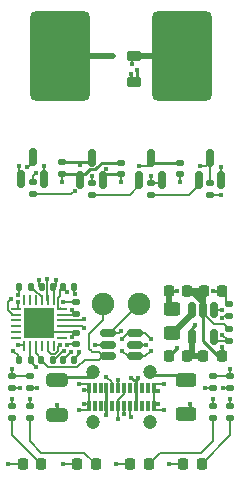
<source format=gbr>
%TF.GenerationSoftware,KiCad,Pcbnew,(6.0.4-0)*%
%TF.CreationDate,2022-12-11T03:25:17+01:00*%
%TF.ProjectId,Gigaset-Debug-Adapter,47696761-7365-4742-9d44-656275672d41,rev?*%
%TF.SameCoordinates,Original*%
%TF.FileFunction,Copper,L1,Top*%
%TF.FilePolarity,Positive*%
%FSLAX46Y46*%
G04 Gerber Fmt 4.6, Leading zero omitted, Abs format (unit mm)*
G04 Created by KiCad (PCBNEW (6.0.4-0)) date 2022-12-11 03:25:17*
%MOMM*%
%LPD*%
G01*
G04 APERTURE LIST*
G04 Aperture macros list*
%AMRoundRect*
0 Rectangle with rounded corners*
0 $1 Rounding radius*
0 $2 $3 $4 $5 $6 $7 $8 $9 X,Y pos of 4 corners*
0 Add a 4 corners polygon primitive as box body*
4,1,4,$2,$3,$4,$5,$6,$7,$8,$9,$2,$3,0*
0 Add four circle primitives for the rounded corners*
1,1,$1+$1,$2,$3*
1,1,$1+$1,$4,$5*
1,1,$1+$1,$6,$7*
1,1,$1+$1,$8,$9*
0 Add four rect primitives between the rounded corners*
20,1,$1+$1,$2,$3,$4,$5,0*
20,1,$1+$1,$4,$5,$6,$7,0*
20,1,$1+$1,$6,$7,$8,$9,0*
20,1,$1+$1,$8,$9,$2,$3,0*%
G04 Aperture macros list end*
%TA.AperFunction,SMDPad,CuDef*%
%ADD10RoundRect,0.508000X-2.032000X3.302000X-2.032000X-3.302000X2.032000X-3.302000X2.032000X3.302000X0*%
%TD*%
%TA.AperFunction,SMDPad,CuDef*%
%ADD11RoundRect,0.062500X0.350000X0.062500X-0.350000X0.062500X-0.350000X-0.062500X0.350000X-0.062500X0*%
%TD*%
%TA.AperFunction,SMDPad,CuDef*%
%ADD12RoundRect,0.062500X0.062500X0.350000X-0.062500X0.350000X-0.062500X-0.350000X0.062500X-0.350000X0*%
%TD*%
%TA.AperFunction,SMDPad,CuDef*%
%ADD13R,2.600000X2.600000*%
%TD*%
%TA.AperFunction,SMDPad,CuDef*%
%ADD14RoundRect,0.150000X-0.150000X0.512500X-0.150000X-0.512500X0.150000X-0.512500X0.150000X0.512500X0*%
%TD*%
%TA.AperFunction,SMDPad,CuDef*%
%ADD15RoundRect,0.225000X-0.225000X-0.250000X0.225000X-0.250000X0.225000X0.250000X-0.225000X0.250000X0*%
%TD*%
%TA.AperFunction,SMDPad,CuDef*%
%ADD16RoundRect,0.135000X0.185000X-0.135000X0.185000X0.135000X-0.185000X0.135000X-0.185000X-0.135000X0*%
%TD*%
%TA.AperFunction,SMDPad,CuDef*%
%ADD17RoundRect,0.140000X-0.170000X0.140000X-0.170000X-0.140000X0.170000X-0.140000X0.170000X0.140000X0*%
%TD*%
%TA.AperFunction,SMDPad,CuDef*%
%ADD18RoundRect,0.135000X-0.185000X0.135000X-0.185000X-0.135000X0.185000X-0.135000X0.185000X0.135000X0*%
%TD*%
%TA.AperFunction,SMDPad,CuDef*%
%ADD19RoundRect,0.218750X-0.381250X0.218750X-0.381250X-0.218750X0.381250X-0.218750X0.381250X0.218750X0*%
%TD*%
%TA.AperFunction,SMDPad,CuDef*%
%ADD20RoundRect,0.140000X0.170000X-0.140000X0.170000X0.140000X-0.170000X0.140000X-0.170000X-0.140000X0*%
%TD*%
%TA.AperFunction,SMDPad,CuDef*%
%ADD21RoundRect,0.140000X-0.140000X-0.170000X0.140000X-0.170000X0.140000X0.170000X-0.140000X0.170000X0*%
%TD*%
%TA.AperFunction,SMDPad,CuDef*%
%ADD22RoundRect,0.225000X0.225000X0.250000X-0.225000X0.250000X-0.225000X-0.250000X0.225000X-0.250000X0*%
%TD*%
%TA.AperFunction,ComponentPad*%
%ADD23C,1.900000*%
%TD*%
%TA.AperFunction,SMDPad,CuDef*%
%ADD24RoundRect,0.218750X-0.218750X-0.256250X0.218750X-0.256250X0.218750X0.256250X-0.218750X0.256250X0*%
%TD*%
%TA.AperFunction,SMDPad,CuDef*%
%ADD25RoundRect,0.150000X0.150000X-0.587500X0.150000X0.587500X-0.150000X0.587500X-0.150000X-0.587500X0*%
%TD*%
%TA.AperFunction,SMDPad,CuDef*%
%ADD26RoundRect,0.135000X-0.135000X-0.185000X0.135000X-0.185000X0.135000X0.185000X-0.135000X0.185000X0*%
%TD*%
%TA.AperFunction,SMDPad,CuDef*%
%ADD27RoundRect,0.150000X-0.512500X-0.150000X0.512500X-0.150000X0.512500X0.150000X-0.512500X0.150000X0*%
%TD*%
%TA.AperFunction,SMDPad,CuDef*%
%ADD28RoundRect,0.140000X0.140000X0.170000X-0.140000X0.170000X-0.140000X-0.170000X0.140000X-0.170000X0*%
%TD*%
%TA.AperFunction,SMDPad,CuDef*%
%ADD29RoundRect,0.250000X0.625000X-0.312500X0.625000X0.312500X-0.625000X0.312500X-0.625000X-0.312500X0*%
%TD*%
%TA.AperFunction,SMDPad,CuDef*%
%ADD30RoundRect,0.135000X0.135000X0.185000X-0.135000X0.185000X-0.135000X-0.185000X0.135000X-0.185000X0*%
%TD*%
%TA.AperFunction,SMDPad,CuDef*%
%ADD31R,0.300000X0.900000*%
%TD*%
%TA.AperFunction,ComponentPad*%
%ADD32C,1.200000*%
%TD*%
%TA.AperFunction,SMDPad,CuDef*%
%ADD33RoundRect,0.250000X0.450000X-0.325000X0.450000X0.325000X-0.450000X0.325000X-0.450000X-0.325000X0*%
%TD*%
%TA.AperFunction,SMDPad,CuDef*%
%ADD34RoundRect,0.250000X0.650000X-0.325000X0.650000X0.325000X-0.650000X0.325000X-0.650000X-0.325000X0*%
%TD*%
%TA.AperFunction,ViaPad*%
%ADD35C,0.450000*%
%TD*%
%TA.AperFunction,Conductor*%
%ADD36C,0.127000*%
%TD*%
%TA.AperFunction,Conductor*%
%ADD37C,0.500000*%
%TD*%
%TA.AperFunction,Conductor*%
%ADD38C,0.254000*%
%TD*%
G04 APERTURE END LIST*
D10*
%TO.P,TP3,1,1*%
%TO.N,+3V0*%
X86220000Y-46600000D03*
%TD*%
D11*
%TO.P,U1,1,~{RI}/CLK*%
%TO.N,unconnected-(U1-Pad1)*%
X76037500Y-70450000D03*
%TO.P,U1,2,GND*%
%TO.N,GND*%
X76037500Y-69950000D03*
%TO.P,U1,3,D+*%
%TO.N,/D+*%
X76037500Y-69450000D03*
%TO.P,U1,4,D-*%
%TO.N,/D-*%
X76037500Y-68950000D03*
%TO.P,U1,5,VIO*%
%TO.N,+1V8*%
X76037500Y-68450000D03*
%TO.P,U1,6,VDD*%
%TO.N,+3V3*%
X76037500Y-67950000D03*
D12*
%TO.P,U1,7,VREGIN*%
%TO.N,VBUS*%
X75350000Y-67262500D03*
%TO.P,U1,8,VBUS*%
%TO.N,Net-(R2-Pad1)*%
X74850000Y-67262500D03*
%TO.P,U1,9,~{RST}*%
%TO.N,Net-(R6-Pad1)*%
X74350000Y-67262500D03*
%TO.P,U1,10,NC*%
%TO.N,unconnected-(U1-Pad10)*%
X73850000Y-67262500D03*
%TO.P,U1,11,~{WAKEUP}/GPIO.3*%
%TO.N,unconnected-(U1-Pad11)*%
X73350000Y-67262500D03*
%TO.P,U1,12,RS485/GPIO.2*%
%TO.N,unconnected-(U1-Pad12)*%
X72850000Y-67262500D03*
D11*
%TO.P,U1,13,~{RXT}/GPIO.1*%
%TO.N,Net-(U1-Pad13)*%
X72162500Y-67950000D03*
%TO.P,U1,14,~{TXT}/GPIO.0*%
%TO.N,Net-(U1-Pad14)*%
X72162500Y-68450000D03*
%TO.P,U1,15,~{SUSPEND}*%
%TO.N,unconnected-(U1-Pad15)*%
X72162500Y-68950000D03*
%TO.P,U1,16,NC*%
%TO.N,unconnected-(U1-Pad16)*%
X72162500Y-69450000D03*
%TO.P,U1,17,SUSPEND*%
%TO.N,unconnected-(U1-Pad17)*%
X72162500Y-69950000D03*
%TO.P,U1,18,~{CTS}*%
%TO.N,unconnected-(U1-Pad18)*%
X72162500Y-70450000D03*
D12*
%TO.P,U1,19,~{RTS}*%
%TO.N,Net-(U1-Pad19)*%
X72850000Y-71137500D03*
%TO.P,U1,20,RXD*%
%TO.N,/DECT_TX*%
X73350000Y-71137500D03*
%TO.P,U1,21,TXD*%
%TO.N,/DECT_RX*%
X73850000Y-71137500D03*
%TO.P,U1,22,~{DSR}*%
%TO.N,unconnected-(U1-Pad22)*%
X74350000Y-71137500D03*
%TO.P,U1,23,~{DTR}*%
%TO.N,Net-(U1-Pad23)*%
X74850000Y-71137500D03*
%TO.P,U1,24,~{DCD}*%
%TO.N,unconnected-(U1-Pad24)*%
X75350000Y-71137500D03*
D13*
%TO.P,U1,25,GND*%
%TO.N,GND*%
X74100000Y-69200000D03*
%TD*%
D14*
%TO.P,U3,1,EN*%
%TO.N,/3V_EN*%
X88930000Y-68072500D03*
%TO.P,U3,2,GND*%
%TO.N,GND*%
X87980000Y-68072500D03*
%TO.P,U3,3,LX*%
%TO.N,Net-(L1-Pad1)*%
X87030000Y-68072500D03*
%TO.P,U3,4,IN*%
%TO.N,VBUS*%
X87030000Y-70347500D03*
%TO.P,U3,5,FB*%
%TO.N,Net-(R17-Pad2)*%
X88930000Y-70347500D03*
%TD*%
D15*
%TO.P,C7,1*%
%TO.N,GND*%
X85065000Y-71990000D03*
%TO.P,C7,2*%
%TO.N,VBUS*%
X86615000Y-71990000D03*
%TD*%
D16*
%TO.P,R4,1*%
%TO.N,Net-(J1-PadB5)*%
X88800000Y-74710000D03*
%TO.P,R4,2*%
%TO.N,GND*%
X88800000Y-73690000D03*
%TD*%
D17*
%TO.P,C2,1*%
%TO.N,GND*%
X77200000Y-70020000D03*
%TO.P,C2,2*%
%TO.N,VBUS*%
X77200000Y-70980000D03*
%TD*%
D18*
%TO.P,R2,1*%
%TO.N,Net-(R2-Pad1)*%
X73300000Y-73690000D03*
%TO.P,R2,2*%
%TO.N,VBUS*%
X73300000Y-74710000D03*
%TD*%
D19*
%TO.P,FB1,1*%
%TO.N,+3V0*%
X82140000Y-46597500D03*
%TO.P,FB1,2*%
%TO.N,Net-(C10-Pad2)*%
X82140000Y-48722500D03*
%TD*%
D20*
%TO.P,C9,1*%
%TO.N,GND*%
X86050000Y-56580000D03*
%TO.P,C9,2*%
%TO.N,/3V_EN*%
X86050000Y-55620000D03*
%TD*%
D21*
%TO.P,C6,1*%
%TO.N,+3V3*%
X76120000Y-66100000D03*
%TO.P,C6,2*%
%TO.N,GND*%
X77080000Y-66100000D03*
%TD*%
D22*
%TO.P,C8,1*%
%TO.N,GND*%
X89565000Y-72000000D03*
%TO.P,C8,2*%
%TO.N,VBUS*%
X88015000Y-72000000D03*
%TD*%
D23*
%TO.P,TP2,1,1*%
%TO.N,/DECT_TX*%
X82542000Y-67599508D03*
%TD*%
D24*
%TO.P,D1,1,K*%
%TO.N,GND*%
X72712500Y-81100000D03*
%TO.P,D1,2,A*%
%TO.N,Net-(D1-Pad2)*%
X74287500Y-81100000D03*
%TD*%
D16*
%TO.P,R3,1*%
%TO.N,GND*%
X71800000Y-74710000D03*
%TO.P,R3,2*%
%TO.N,Net-(R2-Pad1)*%
X71800000Y-73690000D03*
%TD*%
D17*
%TO.P,C4,1*%
%TO.N,GND*%
X77200000Y-67420000D03*
%TO.P,C4,2*%
%TO.N,+1V8*%
X77200000Y-68380000D03*
%TD*%
D25*
%TO.P,Q3,1,G*%
%TO.N,Net-(Q3-Pad1)*%
X72600000Y-57000000D03*
%TO.P,Q3,2,S*%
%TO.N,+1V8*%
X74500000Y-57000000D03*
%TO.P,Q3,3,D*%
%TO.N,Net-(Q3-Pad3)*%
X73550000Y-55125000D03*
%TD*%
D16*
%TO.P,R12,1*%
%TO.N,Net-(D3-Pad2)*%
X73300000Y-77210000D03*
%TO.P,R12,2*%
%TO.N,+3V3*%
X73300000Y-76190000D03*
%TD*%
D25*
%TO.P,U4,1,GND*%
%TO.N,GND*%
X77600000Y-57037500D03*
%TO.P,U4,2,VO*%
%TO.N,+1V8*%
X79500000Y-57037500D03*
%TO.P,U4,3,VI*%
%TO.N,VBUS*%
X78550000Y-55162500D03*
%TD*%
D26*
%TO.P,R8,1*%
%TO.N,/DECT_RX*%
X74290000Y-72300000D03*
%TO.P,R8,2*%
%TO.N,+1V8*%
X75310000Y-72300000D03*
%TD*%
D16*
%TO.P,R7,1*%
%TO.N,Net-(D1-Pad2)*%
X71800000Y-77210000D03*
%TO.P,R7,2*%
%TO.N,VBUS*%
X71800000Y-76190000D03*
%TD*%
D17*
%TO.P,C13,1*%
%TO.N,GND*%
X81050000Y-55620000D03*
%TO.P,C13,2*%
%TO.N,+1V8*%
X81050000Y-56580000D03*
%TD*%
D24*
%TO.P,D3,1,K*%
%TO.N,Net-(U1-Pad13)*%
X77312500Y-81100000D03*
%TO.P,D3,2,A*%
%TO.N,Net-(D3-Pad2)*%
X78887500Y-81100000D03*
%TD*%
%TO.P,D2,1,K*%
%TO.N,Net-(U1-Pad14)*%
X81812500Y-81100000D03*
%TO.P,D2,2,A*%
%TO.N,Net-(R11-Pad1)*%
X83387500Y-81100000D03*
%TD*%
D27*
%TO.P,U2,1,IO1*%
%TO.N,/DECT_TX*%
X79904500Y-70050000D03*
%TO.P,U2,2,VN*%
%TO.N,GND*%
X79904500Y-71000000D03*
%TO.P,U2,3,IO2*%
%TO.N,/DECT_RX*%
X79904500Y-71950000D03*
%TO.P,U2,4,IO3*%
%TO.N,/D+*%
X82179500Y-71950000D03*
%TO.P,U2,5,VP*%
%TO.N,VBUS*%
X82179500Y-71000000D03*
%TO.P,U2,6,IO4*%
%TO.N,/D-*%
X82179500Y-70050000D03*
%TD*%
D28*
%TO.P,C5,1*%
%TO.N,GND*%
X77080000Y-72300000D03*
%TO.P,C5,2*%
%TO.N,+3V3*%
X76120000Y-72300000D03*
%TD*%
D29*
%TO.P,R1,1*%
%TO.N,GND*%
X86500000Y-76892160D03*
%TO.P,R1,2*%
%TO.N,Net-(C1-Pad2)*%
X86500000Y-73967160D03*
%TD*%
D22*
%TO.P,C10,1*%
%TO.N,GND*%
X86625000Y-66430000D03*
%TO.P,C10,2*%
%TO.N,Net-(C10-Pad2)*%
X85075000Y-66430000D03*
%TD*%
D30*
%TO.P,R14,1*%
%TO.N,/DECT_TX*%
X73410000Y-72300000D03*
%TO.P,R14,2*%
%TO.N,Net-(Q3-Pad3)*%
X72390000Y-72300000D03*
%TD*%
D23*
%TO.P,TP1,1,1*%
%TO.N,/DECT_RX*%
X79494000Y-67599508D03*
%TD*%
D18*
%TO.P,R10,1*%
%TO.N,Net-(U1-Pad19)*%
X83550000Y-57290000D03*
%TO.P,R10,2*%
%TO.N,Net-(Q2-Pad1)*%
X83550000Y-58310000D03*
%TD*%
D31*
%TO.P,J1,A1,GND*%
%TO.N,GND*%
X78300000Y-74689660D03*
%TO.P,J1,A2,TX1+*%
%TO.N,unconnected-(J1-PadA2)*%
X78800000Y-74689660D03*
%TO.P,J1,A3,TX1-*%
%TO.N,unconnected-(J1-PadA3)*%
X79300000Y-74689660D03*
%TO.P,J1,A4,VBUS*%
%TO.N,VBUS*%
X79800000Y-74689660D03*
%TO.P,J1,A5,CC1*%
%TO.N,Net-(J1-PadA5)*%
X80300000Y-74689660D03*
%TO.P,J1,A6,D+*%
%TO.N,/D+*%
X80800000Y-74689660D03*
%TO.P,J1,A7,D-*%
%TO.N,/D-*%
X81300000Y-74689660D03*
%TO.P,J1,A8,SBU1*%
%TO.N,unconnected-(J1-PadA8)*%
X81800000Y-74689660D03*
%TO.P,J1,A9,VBUS*%
%TO.N,VBUS*%
X82300000Y-74689660D03*
%TO.P,J1,A10,RX2-*%
%TO.N,unconnected-(J1-PadA10)*%
X82800000Y-74689660D03*
%TO.P,J1,A11,RX2+*%
%TO.N,unconnected-(J1-PadA11)*%
X83300000Y-74689660D03*
%TO.P,J1,A12,GND*%
%TO.N,GND*%
X83800000Y-74689660D03*
%TO.P,J1,B1,GND*%
X83800000Y-76189660D03*
%TO.P,J1,B2,TX2+*%
%TO.N,unconnected-(J1-PadB2)*%
X83300000Y-76189660D03*
%TO.P,J1,B3,TX2-*%
%TO.N,unconnected-(J1-PadB3)*%
X82800000Y-76189660D03*
%TO.P,J1,B4,VBUS*%
%TO.N,VBUS*%
X82300000Y-76189660D03*
%TO.P,J1,B5,CC2*%
%TO.N,Net-(J1-PadB5)*%
X81800000Y-76189660D03*
%TO.P,J1,B6,D+*%
%TO.N,/D+*%
X81300000Y-76189660D03*
%TO.P,J1,B7,D-*%
%TO.N,/D-*%
X80800000Y-76189660D03*
%TO.P,J1,B8,SBU2*%
%TO.N,unconnected-(J1-PadB8)*%
X80300000Y-76189660D03*
%TO.P,J1,B9,VBUS*%
%TO.N,VBUS*%
X79800000Y-76189660D03*
%TO.P,J1,B10,RX1-*%
%TO.N,unconnected-(J1-PadB10)*%
X79300000Y-76189660D03*
%TO.P,J1,B11,RX1+*%
%TO.N,unconnected-(J1-PadB11)*%
X78800000Y-76189660D03*
%TO.P,J1,B12,GND*%
%TO.N,GND*%
X78300000Y-76189660D03*
D32*
%TO.P,J1,S1,SHIELD*%
%TO.N,Net-(C1-Pad2)*%
X78650000Y-77589660D03*
X83450000Y-77589660D03*
X83450000Y-73289660D03*
X78650000Y-73289660D03*
%TD*%
D30*
%TO.P,R6,1*%
%TO.N,Net-(R6-Pad1)*%
X73410000Y-66100000D03*
%TO.P,R6,2*%
%TO.N,+1V8*%
X72390000Y-66100000D03*
%TD*%
D18*
%TO.P,R17,1*%
%TO.N,Net-(C10-Pad2)*%
X90150000Y-67580001D03*
%TO.P,R17,2*%
%TO.N,Net-(R17-Pad2)*%
X90150000Y-68600001D03*
%TD*%
D25*
%TO.P,Q2,1,B*%
%TO.N,Net-(Q2-Pad1)*%
X87600000Y-57037500D03*
%TO.P,Q2,2,E*%
%TO.N,Net-(U1-Pad23)*%
X89500000Y-57037500D03*
%TO.P,Q2,3,C*%
%TO.N,Net-(Q3-Pad1)*%
X88550000Y-55162500D03*
%TD*%
D16*
%TO.P,R15,1*%
%TO.N,Net-(D4-Pad2)*%
X90300000Y-77210000D03*
%TO.P,R15,2*%
%TO.N,+3V0*%
X90300000Y-76190000D03*
%TD*%
D28*
%TO.P,C3,1*%
%TO.N,VBUS*%
X75280000Y-66100000D03*
%TO.P,C3,2*%
%TO.N,GND*%
X74320000Y-66100000D03*
%TD*%
D33*
%TO.P,L1,1*%
%TO.N,Net-(L1-Pad1)*%
X85320000Y-70025000D03*
%TO.P,L1,2*%
%TO.N,Net-(C10-Pad2)*%
X85320000Y-67975000D03*
%TD*%
D18*
%TO.P,R13,1*%
%TO.N,Net-(Q3-Pad1)*%
X88550000Y-57290000D03*
%TO.P,R13,2*%
%TO.N,+1V8*%
X88550000Y-58310000D03*
%TD*%
%TO.P,R5,1*%
%TO.N,GND*%
X90300000Y-73690000D03*
%TO.P,R5,2*%
%TO.N,Net-(J1-PadA5)*%
X90300000Y-74710000D03*
%TD*%
%TO.P,R16,1*%
%TO.N,+3V3*%
X73550000Y-57240000D03*
%TO.P,R16,2*%
%TO.N,/3V_EN*%
X73550000Y-58260000D03*
%TD*%
D20*
%TO.P,C11,1*%
%TO.N,GND*%
X76050000Y-56530000D03*
%TO.P,C11,2*%
%TO.N,VBUS*%
X76050000Y-55570000D03*
%TD*%
D18*
%TO.P,R9,1*%
%TO.N,Net-(U1-Pad23)*%
X78550000Y-57290000D03*
%TO.P,R9,2*%
%TO.N,Net-(Q1-Pad1)*%
X78550000Y-58310000D03*
%TD*%
D10*
%TO.P,TP4,1,1*%
%TO.N,GND*%
X75860000Y-46600000D03*
%TD*%
D34*
%TO.P,C1,1*%
%TO.N,GND*%
X75600000Y-76924660D03*
%TO.P,C1,2*%
%TO.N,Net-(C1-Pad2)*%
X75600000Y-73974660D03*
%TD*%
D16*
%TO.P,R18,1*%
%TO.N,Net-(R17-Pad2)*%
X90150000Y-70658058D03*
%TO.P,R18,2*%
%TO.N,GND*%
X90150000Y-69638058D03*
%TD*%
D25*
%TO.P,Q1,1,B*%
%TO.N,Net-(Q1-Pad1)*%
X82600000Y-57037500D03*
%TO.P,Q1,2,E*%
%TO.N,Net-(U1-Pad19)*%
X84500000Y-57037500D03*
%TO.P,Q1,3,C*%
%TO.N,/3V_EN*%
X83550000Y-55162500D03*
%TD*%
D24*
%TO.P,D4,1,K*%
%TO.N,GND*%
X86312500Y-81100000D03*
%TO.P,D4,2,A*%
%TO.N,Net-(D4-Pad2)*%
X87887500Y-81100000D03*
%TD*%
D16*
%TO.P,R11,1*%
%TO.N,Net-(R11-Pad1)*%
X88800000Y-77210000D03*
%TO.P,R11,2*%
%TO.N,+3V3*%
X88800000Y-76190000D03*
%TD*%
D15*
%TO.P,C12,1*%
%TO.N,GND*%
X88045000Y-66430000D03*
%TO.P,C12,2*%
%TO.N,Net-(C10-Pad2)*%
X89595000Y-66430000D03*
%TD*%
D35*
%TO.N,GND*%
X86050000Y-57250000D03*
X79790000Y-46600000D03*
X77450000Y-76550000D03*
X87980000Y-67170000D03*
X71500000Y-81100000D03*
X89570000Y-71200001D03*
X78842000Y-71000000D03*
X76150000Y-67400000D03*
X84200000Y-76040000D03*
X87310000Y-66430000D03*
X90300000Y-73100000D03*
X72450000Y-74700000D03*
X74100000Y-69150000D03*
X84200000Y-74890000D03*
X75600000Y-76100000D03*
X76850000Y-70350000D03*
X77450000Y-71650000D03*
X77900000Y-76000000D03*
X80320000Y-46600000D03*
X86900000Y-76000000D03*
X85750000Y-71300000D03*
X77900000Y-74850000D03*
X85100000Y-81100000D03*
X76050000Y-57200000D03*
X84650000Y-74340000D03*
X74100000Y-65550000D03*
X84650000Y-76540000D03*
X77100000Y-66700000D03*
X77450000Y-74350000D03*
%TO.N,VBUS*%
X83142000Y-71000000D03*
X75500000Y-65550000D03*
X82500000Y-73800000D03*
X87030000Y-71270000D03*
X71800000Y-75600000D03*
X79800000Y-76950000D03*
X76500000Y-71000000D03*
X87310000Y-71990000D03*
X77550000Y-55800000D03*
X87300000Y-69300000D03*
X73950000Y-74700000D03*
X81900000Y-73800000D03*
%TO.N,Net-(J1-PadA5)*%
X89650000Y-74700000D03*
X79800000Y-73700000D03*
%TO.N,/3V_EN*%
X82600000Y-55850000D03*
X89550000Y-68100000D03*
X77100000Y-58000000D03*
%TO.N,Net-(J1-PadB5)*%
X88150000Y-74700000D03*
X81900000Y-77150000D03*
%TO.N,Net-(C10-Pad2)*%
X88860000Y-66440000D03*
X85810000Y-66420000D03*
X82370000Y-47740000D03*
X81910000Y-48050000D03*
%TO.N,+3V0*%
X81980000Y-47280000D03*
X90300000Y-75600000D03*
%TO.N,+3V3*%
X88800000Y-75600000D03*
X73300000Y-75600000D03*
X76500000Y-66550000D03*
X76800000Y-71600000D03*
X73800000Y-56500000D03*
%TO.N,+1V8*%
X79800000Y-56150000D03*
X76850000Y-68050000D03*
X74500000Y-55900000D03*
X89500000Y-58300000D03*
X72300000Y-66800000D03*
X81050000Y-57250000D03*
X76200000Y-71550000D03*
%TO.N,Net-(U1-Pad14)*%
X80600000Y-81100000D03*
X71750000Y-67100000D03*
%TO.N,Net-(U1-Pad13)*%
X76100000Y-81100000D03*
X72300000Y-67400000D03*
%TO.N,Net-(U1-Pad19)*%
X83550000Y-56700000D03*
X72300000Y-71000000D03*
%TO.N,Net-(U1-Pad23)*%
X78550000Y-56700000D03*
X89500000Y-55950000D03*
X75900000Y-71000000D03*
%TO.N,Net-(R2-Pad1)*%
X74800000Y-65450000D03*
X71800000Y-73100000D03*
%TO.N,/D+*%
X81300000Y-76879660D03*
X80800000Y-73989660D03*
X83542000Y-71500000D03*
X81142000Y-71500000D03*
X77900000Y-69600000D03*
%TO.N,/D-*%
X77900000Y-68800000D03*
X83542000Y-70500000D03*
X80800000Y-77300000D03*
X81142000Y-70500000D03*
%TO.N,Net-(Q3-Pad1)*%
X72400000Y-55850000D03*
X87750000Y-55900000D03*
%TO.N,Net-(Q3-Pad3)*%
X71900000Y-71500000D03*
X73100000Y-55950000D03*
%TO.N,/DECT_TX*%
X73850000Y-72900000D03*
X81050000Y-69850000D03*
%TO.N,Net-(R17-Pad2)*%
X89600000Y-70160000D03*
X89600000Y-68780000D03*
%TD*%
D36*
%TO.N,GND*%
X77080000Y-66680000D02*
X77100000Y-66700000D01*
X74550000Y-69950000D02*
X74500000Y-69900000D01*
X77200000Y-67420000D02*
X76170000Y-67420000D01*
X74150000Y-66050000D02*
X74100000Y-66000000D01*
X86050000Y-56580000D02*
X86050000Y-57250000D01*
X86312500Y-81100000D02*
X85100000Y-81100000D01*
D37*
X87980000Y-68072500D02*
X87980000Y-67170000D01*
D36*
X78200000Y-76550000D02*
X77450000Y-76550000D01*
X72712500Y-81100000D02*
X71500000Y-81100000D01*
X78300000Y-74689660D02*
X78300000Y-74500000D01*
X72440000Y-74710000D02*
X72450000Y-74700000D01*
X78300000Y-76450000D02*
X78200000Y-76550000D01*
D38*
X89250000Y-72000000D02*
X89600000Y-72000000D01*
D36*
X90300000Y-73690000D02*
X90300000Y-73100000D01*
D38*
X86500000Y-76892160D02*
X86607840Y-76892160D01*
D36*
X83800000Y-76200340D02*
X83800000Y-74690001D01*
X88800000Y-73690000D02*
X90290000Y-73690000D01*
D38*
X78000000Y-56550000D02*
X77450000Y-56550000D01*
D36*
X74320000Y-66100000D02*
X74200000Y-66100000D01*
D38*
X76050000Y-56530000D02*
X77580000Y-56530000D01*
X87980000Y-70730000D02*
X89250000Y-72000000D01*
D37*
X86625000Y-66430000D02*
X87240000Y-66430000D01*
D36*
X89741943Y-69230000D02*
X88880000Y-69230000D01*
X79904500Y-71000000D02*
X78842000Y-71000000D01*
X78300000Y-76189660D02*
X78300000Y-76450000D01*
D37*
X87310000Y-66430000D02*
X86620000Y-66430000D01*
D36*
X77150000Y-69950000D02*
X77200000Y-70000000D01*
D37*
X79790000Y-46600000D02*
X80320000Y-46600000D01*
D36*
X77200000Y-70020000D02*
X77180000Y-70020000D01*
X71800000Y-74710000D02*
X72440000Y-74710000D01*
X78300000Y-74750000D02*
X78200000Y-74850000D01*
X83800000Y-74440000D02*
X83900000Y-74340000D01*
D38*
X89565000Y-72000001D02*
X89565000Y-71205000D01*
X81050000Y-55620000D02*
X79401342Y-55620000D01*
D36*
X83950000Y-76540000D02*
X84650000Y-76540000D01*
D38*
X79401342Y-55620000D02*
X79035671Y-55985671D01*
D37*
X75860000Y-46600000D02*
X79790000Y-46600000D01*
D36*
X76170000Y-67420000D02*
X76150000Y-67400000D01*
X78300000Y-76189660D02*
X78300000Y-76000000D01*
X83800000Y-74700340D02*
X83800000Y-74890000D01*
D37*
X87240000Y-66430000D02*
X87980000Y-67170000D01*
D36*
X83800000Y-76390000D02*
X83950000Y-76540000D01*
D38*
X89565000Y-71205000D02*
X89570000Y-71200001D01*
D36*
X78300000Y-74689660D02*
X78300000Y-74750000D01*
D38*
X86607840Y-76892160D02*
X86900000Y-76600000D01*
X85065000Y-71985000D02*
X85750000Y-71300000D01*
D36*
X77080000Y-66100000D02*
X77080000Y-66680000D01*
X87950000Y-68300000D02*
X87950000Y-68120000D01*
D37*
X86625000Y-66430000D02*
X86980000Y-66430000D01*
D38*
X85065000Y-71990000D02*
X85065000Y-71985000D01*
D36*
X74100000Y-66000000D02*
X74100000Y-65550000D01*
D37*
X88045000Y-66430000D02*
X87310000Y-66430000D01*
D36*
X77450000Y-71650000D02*
X77450000Y-71800000D01*
D38*
X77600000Y-57037500D02*
X77600000Y-56950000D01*
D36*
X90290000Y-73690000D02*
X90300000Y-73700000D01*
X83800000Y-74700340D02*
X83800000Y-74440000D01*
D38*
X77580000Y-56530000D02*
X77600000Y-56550000D01*
D36*
X78200000Y-74850000D02*
X77900000Y-74850000D01*
X77180000Y-70020000D02*
X76850000Y-70350000D01*
X78150000Y-74350000D02*
X77450000Y-74350000D01*
X83800000Y-76200340D02*
X83800000Y-76390000D01*
D38*
X75600000Y-76924660D02*
X75600000Y-76100000D01*
D36*
X76037500Y-69950000D02*
X74550000Y-69950000D01*
X76037500Y-69950000D02*
X77150000Y-69950000D01*
X74200000Y-66100000D02*
X74150000Y-66050000D01*
X83800000Y-76200340D02*
X83800000Y-76139999D01*
D38*
X78867342Y-56154000D02*
X78396000Y-56154000D01*
X87980000Y-68072500D02*
X87980000Y-70730000D01*
D36*
X88880000Y-69230000D02*
X87950000Y-68300000D01*
X90150000Y-69638057D02*
X89741943Y-69230000D01*
D38*
X79035671Y-55985671D02*
X78867342Y-56154000D01*
D36*
X84200000Y-74890000D02*
X83800000Y-74890000D01*
D38*
X78396000Y-56154000D02*
X78000000Y-56550000D01*
D36*
X83900000Y-74340000D02*
X84650000Y-74340000D01*
D37*
X87980000Y-67170000D02*
X87980000Y-66400000D01*
D36*
X77450000Y-71800000D02*
X77050000Y-72200000D01*
X83800000Y-76139999D02*
X83900000Y-76040000D01*
X76050000Y-56530000D02*
X76050000Y-57200000D01*
D38*
X86900000Y-76600000D02*
X86900000Y-76000000D01*
D36*
X78300000Y-74689660D02*
X78300000Y-76200000D01*
D37*
X86980000Y-66430000D02*
X87960000Y-67410000D01*
D36*
X83900000Y-76040000D02*
X84200000Y-76040000D01*
X77900000Y-76000000D02*
X78300000Y-76000000D01*
X78300000Y-74500000D02*
X78150000Y-74350000D01*
%TO.N,VBUS*%
X75400000Y-66100000D02*
X75500000Y-66000000D01*
D38*
X82300000Y-76189660D02*
X82300000Y-74700000D01*
X78530000Y-55570000D02*
X78550000Y-55550000D01*
D36*
X75350000Y-67262500D02*
X75350000Y-66150000D01*
D37*
X88009999Y-71990000D02*
X88020000Y-72000001D01*
D38*
X79800000Y-76189660D02*
X79800000Y-74700000D01*
D36*
X73940000Y-74710000D02*
X73950000Y-74700000D01*
D37*
X87030000Y-70347500D02*
X87030000Y-71270000D01*
X87030000Y-71270000D02*
X87030000Y-71980000D01*
D36*
X77520000Y-55570000D02*
X77520000Y-55770000D01*
D38*
X82300000Y-74000000D02*
X82100000Y-74000000D01*
X87030000Y-69570000D02*
X87300000Y-69300000D01*
X82100000Y-74000000D02*
X81900000Y-73800000D01*
D37*
X87030000Y-71980000D02*
X87020000Y-71990000D01*
D36*
X77520000Y-55770000D02*
X77550000Y-55800000D01*
X71800000Y-76190000D02*
X71800000Y-75600000D01*
D38*
X87030000Y-70347500D02*
X87030000Y-69570000D01*
D36*
X75350000Y-66150000D02*
X75300000Y-66100000D01*
D38*
X82300000Y-74689660D02*
X82300000Y-74000000D01*
D36*
X75280000Y-66100000D02*
X75280000Y-65920000D01*
X76520000Y-70980000D02*
X76500000Y-71000000D01*
X77200000Y-70980000D02*
X76520000Y-70980000D01*
D38*
X76050000Y-55570000D02*
X77520000Y-55570000D01*
D36*
X75280000Y-66100000D02*
X75400000Y-66100000D01*
X82179500Y-71000000D02*
X83142000Y-71000000D01*
D38*
X77520000Y-55570000D02*
X78530000Y-55570000D01*
D36*
X73300000Y-74710000D02*
X73940000Y-74710000D01*
X75500000Y-66000000D02*
X75500000Y-65550000D01*
D37*
X87310000Y-71990000D02*
X88009999Y-71990000D01*
D38*
X79800000Y-76189660D02*
X79800000Y-76950000D01*
X82300000Y-74000000D02*
X82500000Y-73800000D01*
D37*
X86615001Y-71990000D02*
X87310000Y-71990000D01*
D36*
%TO.N,Net-(J1-PadA5)*%
X80250000Y-74150000D02*
X80250000Y-74600000D01*
X89660000Y-74710000D02*
X89650000Y-74700000D01*
X90300000Y-74710000D02*
X89660000Y-74710000D01*
X79800000Y-73700000D02*
X80250000Y-74150000D01*
D38*
%TO.N,Net-(C1-Pad2)*%
X78300000Y-73700000D02*
X78700000Y-73300000D01*
X83700000Y-73600000D02*
X83400000Y-73300000D01*
X75925340Y-73974660D02*
X76200000Y-73700000D01*
X86267160Y-73967160D02*
X85900000Y-73600000D01*
X75600000Y-73974660D02*
X75925340Y-73974660D01*
X76200000Y-73700000D02*
X78300000Y-73700000D01*
X86500000Y-73967160D02*
X86267160Y-73967160D01*
X85900000Y-73600000D02*
X83700000Y-73600000D01*
D36*
%TO.N,/3V_EN*%
X83550000Y-55162500D02*
X83550000Y-55600000D01*
X76840000Y-58260000D02*
X77100000Y-58000000D01*
D38*
X86050000Y-55620000D02*
X83570000Y-55620000D01*
D36*
X89522500Y-68072500D02*
X89550000Y-68100000D01*
D38*
X83570000Y-55620000D02*
X83550000Y-55600000D01*
D36*
X88930000Y-68072500D02*
X89522500Y-68072500D01*
X83300000Y-55850000D02*
X82600000Y-55850000D01*
X73550000Y-58260000D02*
X76840000Y-58260000D01*
X83350000Y-55800000D02*
X83300000Y-55850000D01*
X83550000Y-55600000D02*
X83350000Y-55800000D01*
%TO.N,Net-(J1-PadB5)*%
X88800000Y-74710000D02*
X88160000Y-74710000D01*
X81800000Y-76189660D02*
X81800000Y-77050000D01*
X81800000Y-77050000D02*
X81900000Y-77150000D01*
X81800000Y-76189660D02*
X81800000Y-76800000D01*
X88160000Y-74710000D02*
X88150000Y-74700000D01*
%TO.N,Net-(C10-Pad2)*%
X89930000Y-67370000D02*
X90150000Y-67590000D01*
D38*
X81910000Y-48050000D02*
X81910000Y-48640000D01*
D36*
X89595000Y-66430000D02*
X89595000Y-66475000D01*
D38*
X82300000Y-48560000D02*
X82370000Y-48490000D01*
X88870000Y-66430000D02*
X88860000Y-66440000D01*
X82140000Y-48722500D02*
X82140000Y-48720000D01*
X89595000Y-66430000D02*
X88870000Y-66430000D01*
D37*
X85075000Y-66430000D02*
X85075000Y-67975000D01*
X85075000Y-67975000D02*
X85080000Y-67980000D01*
D38*
X82370000Y-48490000D02*
X82370000Y-47740000D01*
X85800000Y-66430000D02*
X85810000Y-66420000D01*
D36*
X89595000Y-66475000D02*
X89930000Y-66809999D01*
D38*
X85075000Y-66430000D02*
X85800000Y-66430000D01*
D36*
X89930000Y-66809999D02*
X89930000Y-67370000D01*
D38*
X82140000Y-48720000D02*
X82300000Y-48560000D01*
%TO.N,+3V0*%
X86217500Y-46597500D02*
X86220000Y-46600000D01*
D37*
X82140000Y-46597500D02*
X87317500Y-46597500D01*
D36*
X81980000Y-47280000D02*
X81980000Y-46600000D01*
X90300000Y-76190000D02*
X90300000Y-75600000D01*
%TO.N,+3V3*%
X73550000Y-57240000D02*
X73550000Y-56750000D01*
X76120000Y-72300000D02*
X76120000Y-72280000D01*
X75900000Y-66850000D02*
X75900000Y-66300000D01*
X76250000Y-66100000D02*
X76300000Y-66150000D01*
X75900000Y-66300000D02*
X76100000Y-66100000D01*
X76037500Y-67950000D02*
X75950000Y-67950000D01*
X75700000Y-67050000D02*
X75900000Y-66850000D01*
X76037500Y-67950000D02*
X75700000Y-67950000D01*
X75950000Y-67950000D02*
X75900000Y-67900000D01*
X76120000Y-66100000D02*
X76120000Y-66170000D01*
X75700000Y-67950000D02*
X75700000Y-67050000D01*
X73550000Y-56750000D02*
X73800000Y-56500000D01*
X88800000Y-76190000D02*
X88800000Y-75600000D01*
X76120000Y-66170000D02*
X76500000Y-66550000D01*
X76120000Y-66100000D02*
X76250000Y-66100000D01*
X76120000Y-72280000D02*
X76800000Y-71600000D01*
X73300000Y-76190000D02*
X73300000Y-75600000D01*
%TO.N,+1V8*%
X72390000Y-66710000D02*
X72300000Y-66800000D01*
D38*
X81050000Y-56580000D02*
X79520000Y-56580000D01*
D36*
X76092602Y-71550000D02*
X76200000Y-71550000D01*
X89490000Y-58310000D02*
X89500000Y-58300000D01*
X74500000Y-57000000D02*
X74500000Y-55900000D01*
X77200000Y-68380000D02*
X77320000Y-68380000D01*
X79500000Y-57037500D02*
X79500000Y-56450000D01*
X77200000Y-68380000D02*
X77180000Y-68380000D01*
X75310000Y-72300000D02*
X75342602Y-72300000D01*
X75621301Y-72021301D02*
X76042602Y-71600000D01*
X88550000Y-58310000D02*
X89490000Y-58310000D01*
D38*
X79520000Y-56580000D02*
X79500000Y-56600000D01*
D36*
X76037500Y-68450000D02*
X77250000Y-68450000D01*
X75621301Y-72021301D02*
X76092602Y-71550000D01*
X77250000Y-68450000D02*
X77300000Y-68500000D01*
X77180000Y-68380000D02*
X76850000Y-68050000D01*
X79500000Y-56450000D02*
X79800000Y-56150000D01*
X72390000Y-66100000D02*
X72390000Y-66710000D01*
X75342602Y-72300000D02*
X75621301Y-72021301D01*
X81050000Y-56580000D02*
X81050000Y-57250000D01*
D37*
%TO.N,Net-(L1-Pad1)*%
X87030000Y-68072500D02*
X87030000Y-68440000D01*
X87030000Y-68440000D02*
X85430000Y-70040000D01*
D36*
%TO.N,Net-(U1-Pad14)*%
X81812500Y-81100000D02*
X80600000Y-81100000D01*
X71500000Y-68000000D02*
X71500000Y-67350000D01*
X71500000Y-67350000D02*
X71750000Y-67100000D01*
X71700000Y-68300000D02*
X71500000Y-68100000D01*
X72162500Y-68450000D02*
X71850000Y-68450000D01*
X71850000Y-68450000D02*
X71700000Y-68300000D01*
X71500000Y-68100000D02*
X71500000Y-68000000D01*
%TO.N,Net-(Q1-Pad1)*%
X82600000Y-57500000D02*
X82600000Y-57000000D01*
X78550000Y-58310000D02*
X81790000Y-58310000D01*
X81790000Y-58310000D02*
X82600000Y-57500000D01*
%TO.N,Net-(U1-Pad13)*%
X77312500Y-81100000D02*
X76100000Y-81100000D01*
X72162500Y-67950000D02*
X72250000Y-67950000D01*
X72250000Y-67950000D02*
X72300000Y-67900000D01*
X72300000Y-67900000D02*
X72300000Y-67400000D01*
%TO.N,Net-(D1-Pad2)*%
X74287500Y-81100000D02*
X71800000Y-78612500D01*
X71800000Y-78612500D02*
X71800000Y-77200000D01*
%TO.N,Net-(U1-Pad19)*%
X72850000Y-71137500D02*
X72850000Y-71050000D01*
X84490000Y-57290000D02*
X84500000Y-57300000D01*
X72850000Y-71050000D02*
X72800000Y-71000000D01*
X72800000Y-71000000D02*
X72300000Y-71000000D01*
X83550000Y-57290000D02*
X83550000Y-56700000D01*
X83550000Y-57290000D02*
X84490000Y-57290000D01*
%TO.N,Net-(Q2-Pad1)*%
X83550000Y-58310000D02*
X86790000Y-58310000D01*
X86790000Y-58310000D02*
X87600000Y-57500000D01*
X87600000Y-57500000D02*
X87600000Y-57050000D01*
%TO.N,Net-(U1-Pad23)*%
X75700000Y-71200000D02*
X75900000Y-71000000D01*
X74850000Y-71550000D02*
X75089500Y-71789500D01*
X78550000Y-57290000D02*
X78550000Y-56700000D01*
X75700000Y-71579000D02*
X75700000Y-71200000D01*
X75089500Y-71789500D02*
X75400000Y-71789500D01*
X89500000Y-55950000D02*
X89500000Y-57050000D01*
X75489500Y-71789500D02*
X75539500Y-71739500D01*
X75539500Y-71739500D02*
X75700000Y-71579000D01*
X75400000Y-71789500D02*
X75489500Y-71789500D01*
X74850000Y-71137500D02*
X74850000Y-71550000D01*
%TO.N,Net-(R2-Pad1)*%
X73300000Y-73690000D02*
X71810000Y-73690000D01*
X71800000Y-73690000D02*
X71800000Y-73100000D01*
X74800000Y-66500000D02*
X74800000Y-65450000D01*
X74800000Y-66500000D02*
X74800000Y-67200000D01*
X71810000Y-73690000D02*
X71800000Y-73700000D01*
X74800000Y-66600000D02*
X74800000Y-66500000D01*
%TO.N,Net-(R6-Pad1)*%
X73707796Y-66350000D02*
X73400000Y-66350000D01*
X74350000Y-66992204D02*
X73707796Y-66350000D01*
X74350000Y-67262500D02*
X74350000Y-66992204D01*
%TO.N,Net-(R11-Pad1)*%
X84337500Y-80150000D02*
X87850000Y-80150000D01*
X83387500Y-81100000D02*
X84337500Y-80150000D01*
X87850000Y-80150000D02*
X88800000Y-79200000D01*
X88800000Y-79200000D02*
X88800000Y-77200000D01*
%TO.N,/D+*%
X77750000Y-69450000D02*
X77900000Y-69600000D01*
X82179500Y-71950000D02*
X81592000Y-71950000D01*
X81592000Y-71950000D02*
X81142000Y-71500000D01*
X81300000Y-76189660D02*
X81300000Y-76879660D01*
X76037500Y-69450000D02*
X77750000Y-69450000D01*
X82179500Y-71950000D02*
X83092000Y-71950000D01*
X80800000Y-73989660D02*
X80800000Y-74689660D01*
X83092000Y-71950000D02*
X83542000Y-71500000D01*
%TO.N,/D-*%
X82179500Y-70050000D02*
X81592000Y-70050000D01*
X77750000Y-68950000D02*
X77900000Y-68800000D01*
X81300000Y-75199660D02*
X80800000Y-75699660D01*
X76037500Y-68950000D02*
X77750000Y-68950000D01*
X82179500Y-70050000D02*
X83092000Y-70050000D01*
X80800000Y-75699660D02*
X80800000Y-76209660D01*
X80800000Y-77300000D02*
X80800000Y-76200000D01*
X81592000Y-70050000D02*
X81142000Y-70500000D01*
X81300000Y-74709660D02*
X81300000Y-75199660D01*
X83092000Y-70050000D02*
X83542000Y-70500000D01*
%TO.N,Net-(Q3-Pad1)*%
X88550000Y-55162500D02*
X88550000Y-55550000D01*
X72600000Y-56700000D02*
X72400000Y-56500000D01*
X88550000Y-57290000D02*
X88550000Y-55150000D01*
X72400000Y-56500000D02*
X72400000Y-55850000D01*
X88350000Y-55750000D02*
X88200000Y-55900000D01*
X88200000Y-55900000D02*
X87750000Y-55900000D01*
X72600000Y-57000000D02*
X72600000Y-56700000D01*
X88550000Y-55550000D02*
X88350000Y-55750000D01*
%TO.N,Net-(Q3-Pad3)*%
X72390000Y-71990000D02*
X71900000Y-71500000D01*
X73550000Y-55125000D02*
X73550000Y-55550000D01*
X72390000Y-72300000D02*
X72390000Y-71990000D01*
X73150000Y-55950000D02*
X73550000Y-55550000D01*
X73100000Y-55950000D02*
X73150000Y-55950000D01*
%TO.N,/DECT_TX*%
X73850000Y-72900000D02*
X73300000Y-72350000D01*
X73350000Y-71137500D02*
X73350000Y-72150000D01*
X73300000Y-72350000D02*
X73300000Y-72300000D01*
X80100000Y-70050000D02*
X82550000Y-67600000D01*
X73350000Y-72150000D02*
X73300000Y-72200000D01*
X79904500Y-70050000D02*
X80100000Y-70050000D01*
X79904500Y-70050000D02*
X80850000Y-70050000D01*
X80850000Y-70050000D02*
X81050000Y-69850000D01*
%TO.N,/DECT_RX*%
X78350000Y-71350000D02*
X78350000Y-70100000D01*
X78600000Y-71600000D02*
X78575000Y-71575000D01*
X79904500Y-71950000D02*
X79550000Y-71950000D01*
X78350000Y-70100000D02*
X79500000Y-68950000D01*
X79500000Y-68950000D02*
X79500000Y-67550000D01*
X79200000Y-71600000D02*
X78600000Y-71600000D01*
X79200000Y-72300000D02*
X79500000Y-72000000D01*
X74890000Y-72900000D02*
X77350000Y-72900000D01*
X77950000Y-72300000D02*
X79200000Y-72300000D01*
X78575000Y-71575000D02*
X78350000Y-71350000D01*
X77350000Y-72900000D02*
X77950000Y-72300000D01*
X79550000Y-71950000D02*
X79200000Y-71600000D01*
X73850000Y-71137500D02*
X73850000Y-71750000D01*
X79690000Y-71750000D02*
X79770000Y-71830000D01*
X73850000Y-71750000D02*
X74300000Y-72200000D01*
X74290000Y-72300000D02*
X74890000Y-72900000D01*
%TO.N,Net-(D3-Pad2)*%
X78887500Y-81100000D02*
X77937500Y-80150000D01*
X74250000Y-80150000D02*
X73300000Y-79200000D01*
X73300000Y-79200000D02*
X73300000Y-77200000D01*
X77937500Y-80150000D02*
X74250000Y-80150000D01*
%TO.N,Net-(D4-Pad2)*%
X90300000Y-78687500D02*
X90300000Y-77200000D01*
X87887500Y-81100000D02*
X90300000Y-78687500D01*
%TO.N,Net-(R17-Pad2)*%
X90150000Y-68600000D02*
X89779999Y-68600000D01*
X88871943Y-70658057D02*
X88870000Y-70660000D01*
X89779999Y-68600000D02*
X89600000Y-68780000D01*
X90150000Y-70658057D02*
X88871943Y-70658057D01*
X89620000Y-70160000D02*
X90100000Y-70640000D01*
X89600000Y-70160000D02*
X89620000Y-70160000D01*
%TD*%
M02*

</source>
